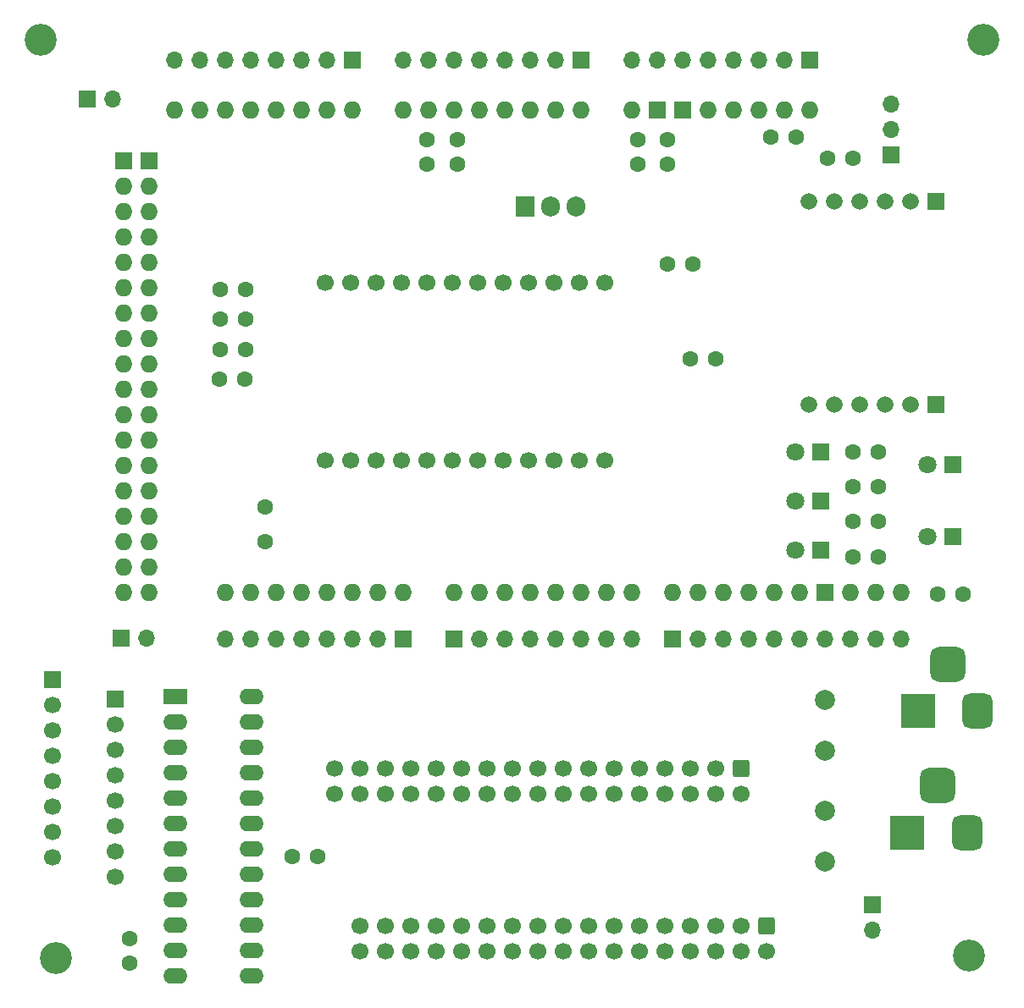
<source format=gbr>
G04 #@! TF.GenerationSoftware,KiCad,Pcbnew,9.0.4*
G04 #@! TF.CreationDate,2026-02-01T18:55:34+10:00*
G04 #@! TF.ProjectId,Jet Ranger Prod Radio Controller,4a657420-5261-46e6-9765-722050726f64,rev?*
G04 #@! TF.SameCoordinates,Original*
G04 #@! TF.FileFunction,Soldermask,Bot*
G04 #@! TF.FilePolarity,Negative*
%FSLAX46Y46*%
G04 Gerber Fmt 4.6, Leading zero omitted, Abs format (unit mm)*
G04 Created by KiCad (PCBNEW 9.0.4) date 2026-02-01 18:55:34*
%MOMM*%
%LPD*%
G01*
G04 APERTURE LIST*
G04 Aperture macros list*
%AMRoundRect*
0 Rectangle with rounded corners*
0 $1 Rounding radius*
0 $2 $3 $4 $5 $6 $7 $8 $9 X,Y pos of 4 corners*
0 Add a 4 corners polygon primitive as box body*
4,1,4,$2,$3,$4,$5,$6,$7,$8,$9,$2,$3,0*
0 Add four circle primitives for the rounded corners*
1,1,$1+$1,$2,$3*
1,1,$1+$1,$4,$5*
1,1,$1+$1,$6,$7*
1,1,$1+$1,$8,$9*
0 Add four rect primitives between the rounded corners*
20,1,$1+$1,$2,$3,$4,$5,0*
20,1,$1+$1,$4,$5,$6,$7,0*
20,1,$1+$1,$6,$7,$8,$9,0*
20,1,$1+$1,$8,$9,$2,$3,0*%
G04 Aperture macros list end*
%ADD10C,2.000000*%
%ADD11C,1.600000*%
%ADD12C,3.200000*%
%ADD13R,1.700000X1.700000*%
%ADD14O,1.700000X1.700000*%
%ADD15R,2.400000X1.600000*%
%ADD16O,2.400000X1.600000*%
%ADD17R,1.800000X1.800000*%
%ADD18C,1.800000*%
%ADD19R,3.500000X3.500000*%
%ADD20RoundRect,0.750000X0.750000X1.000000X-0.750000X1.000000X-0.750000X-1.000000X0.750000X-1.000000X0*%
%ADD21RoundRect,0.875000X0.875000X0.875000X-0.875000X0.875000X-0.875000X-0.875000X0.875000X-0.875000X0*%
%ADD22C,1.700000*%
%ADD23R,1.905000X2.000000*%
%ADD24O,1.905000X2.000000*%
%ADD25R,1.665000X1.665000*%
%ADD26C,1.665000*%
%ADD27RoundRect,0.250000X-0.600000X0.600000X-0.600000X-0.600000X0.600000X-0.600000X0.600000X0.600000X0*%
%ADD28O,1.727200X1.727200*%
%ADD29R,1.727200X1.727200*%
G04 APERTURE END LIST*
D10*
X110750000Y-105050000D03*
X110740000Y-110130000D03*
D11*
X70940000Y-51500000D03*
X70940000Y-49000000D03*
D12*
X126589800Y-39032100D03*
D13*
X63500000Y-41046400D03*
D14*
X60960000Y-41046400D03*
X58420000Y-41046400D03*
X55880000Y-41046400D03*
X53340000Y-41046400D03*
X50800000Y-41046400D03*
X48260000Y-41046400D03*
X45720000Y-41046400D03*
D15*
X45750000Y-104750000D03*
D16*
X45750000Y-107290000D03*
X45750000Y-109830000D03*
X45750000Y-112370000D03*
X45750000Y-114910000D03*
X45750000Y-117450000D03*
X45750000Y-119990000D03*
X45750000Y-122530000D03*
X45750000Y-125070000D03*
X45750000Y-127610000D03*
X45750000Y-130150000D03*
X45750000Y-132690000D03*
X53370000Y-132690000D03*
X53370000Y-130150000D03*
X53370000Y-127610000D03*
X53370000Y-125070000D03*
X53370000Y-122530000D03*
X53370000Y-119990000D03*
X53370000Y-117450000D03*
X53370000Y-114910000D03*
X53370000Y-112370000D03*
X53370000Y-109830000D03*
X53370000Y-107290000D03*
X53370000Y-104750000D03*
D13*
X117298000Y-50550000D03*
D14*
X117298000Y-48010000D03*
X117298000Y-45470000D03*
D13*
X86360000Y-41046400D03*
D14*
X83820000Y-41046400D03*
X81280000Y-41046400D03*
X78740000Y-41046400D03*
X76200000Y-41046400D03*
X73660000Y-41046400D03*
X71120000Y-41046400D03*
X68580000Y-41046400D03*
D11*
X52790000Y-70000000D03*
X50250000Y-70000000D03*
D17*
X123540000Y-88750000D03*
D18*
X121000000Y-88750000D03*
D11*
X57460000Y-120750000D03*
X60000000Y-120750000D03*
X113500000Y-87250000D03*
X116040000Y-87250000D03*
X52790000Y-64000000D03*
X50250000Y-64000000D03*
X113500000Y-90750000D03*
X116040000Y-90750000D03*
D12*
X32300000Y-39000000D03*
D13*
X37000000Y-45000000D03*
D14*
X39540000Y-45000000D03*
D19*
X118949000Y-118350000D03*
D20*
X124949000Y-118350000D03*
D21*
X121949000Y-113650000D03*
D12*
X125101000Y-130612200D03*
D11*
X73950000Y-51500000D03*
X73950000Y-49000000D03*
D17*
X110290000Y-80250000D03*
D18*
X107750000Y-80250000D03*
D11*
X54750000Y-85750000D03*
X54750000Y-89250000D03*
D17*
X123500000Y-81500000D03*
D18*
X120960000Y-81500000D03*
D11*
X52790000Y-67000000D03*
X50250000Y-67000000D03*
X52750000Y-73000000D03*
X50210000Y-73000000D03*
X113500000Y-80250000D03*
X116040000Y-80250000D03*
X113500000Y-83750000D03*
X116040000Y-83750000D03*
D13*
X68580000Y-98958400D03*
D14*
X66040000Y-98958400D03*
X63500000Y-98958400D03*
X60960000Y-98958400D03*
X58420000Y-98958400D03*
X55880000Y-98958400D03*
X53340000Y-98958400D03*
X50800000Y-98958400D03*
D13*
X33500000Y-103000000D03*
D22*
X33500000Y-105540000D03*
X33500000Y-108080000D03*
X33500000Y-110620000D03*
X33500000Y-113160000D03*
X33500000Y-115700000D03*
X33500000Y-118240000D03*
X33500000Y-120780000D03*
D10*
X110750000Y-121250000D03*
X110760000Y-116170000D03*
D11*
X94960000Y-61500000D03*
X97500000Y-61500000D03*
D23*
X80750000Y-55750000D03*
D24*
X83290000Y-55750000D03*
X85830000Y-55750000D03*
D12*
X33851800Y-130929500D03*
D25*
X121809000Y-55183300D03*
D26*
X119269000Y-55183300D03*
X116729000Y-55183300D03*
X114189000Y-55183300D03*
X111649000Y-55183300D03*
X109109000Y-55183300D03*
D25*
X121809000Y-75503300D03*
D26*
X119269000Y-75503300D03*
X116729000Y-75503300D03*
X114189000Y-75503300D03*
X111649000Y-75503300D03*
X109109000Y-75503300D03*
D17*
X110290000Y-90092000D03*
D18*
X107750000Y-90092000D03*
D11*
X121960000Y-94500000D03*
X124500000Y-94500000D03*
D13*
X109220000Y-41046400D03*
D14*
X106680000Y-41046400D03*
X104140000Y-41046400D03*
X101600000Y-41046400D03*
X99060000Y-41046400D03*
X96520000Y-41046400D03*
X93980000Y-41046400D03*
X91440000Y-41046400D03*
D11*
X95000000Y-51500000D03*
X95000000Y-49000000D03*
D13*
X115450000Y-125560000D03*
D14*
X115450000Y-128100000D03*
D11*
X41250000Y-131425400D03*
X41250000Y-128925400D03*
D22*
X60780000Y-81140000D03*
X63320000Y-81140000D03*
X65860000Y-81140000D03*
X68400000Y-81140000D03*
X70940000Y-81140000D03*
X73480000Y-81140000D03*
X76020000Y-81140000D03*
X78560000Y-81140000D03*
X81100000Y-81140000D03*
X83640000Y-81140000D03*
X86180000Y-81140000D03*
X88720000Y-81140000D03*
X88720000Y-63360000D03*
X86180000Y-63360000D03*
X83640000Y-63360000D03*
X81100000Y-63360000D03*
X78560000Y-63360000D03*
X76020000Y-63360000D03*
X73480000Y-63360000D03*
X70940000Y-63360000D03*
X68400000Y-63360000D03*
X65860000Y-63360000D03*
X63320000Y-63360000D03*
X60780000Y-63360000D03*
D11*
X110960000Y-50900000D03*
X113500000Y-50900000D03*
X97287500Y-70962500D03*
X99827500Y-70962500D03*
D27*
X104870000Y-127710000D03*
D22*
X104870000Y-130250000D03*
X102330000Y-127710000D03*
X102330000Y-130250000D03*
X99790000Y-127710000D03*
X99790000Y-130250000D03*
X97250000Y-127710000D03*
X97250000Y-130250000D03*
X94710000Y-127710000D03*
X94710000Y-130250000D03*
X92170000Y-127710000D03*
X92170000Y-130250000D03*
X89630000Y-127710000D03*
X89630000Y-130250000D03*
X87090000Y-127710000D03*
X87090000Y-130250000D03*
X84550000Y-127710000D03*
X84550000Y-130250000D03*
X82010000Y-127710000D03*
X82010000Y-130250000D03*
X79470000Y-127710000D03*
X79470000Y-130250000D03*
X76930000Y-127710000D03*
X76930000Y-130250000D03*
X74390000Y-127710000D03*
X74390000Y-130250000D03*
X71850000Y-127710000D03*
X71850000Y-130250000D03*
X69310000Y-127710000D03*
X69310000Y-130250000D03*
X66770000Y-127710000D03*
X66770000Y-130250000D03*
X64230000Y-127710000D03*
X64230000Y-130250000D03*
D11*
X105350000Y-48750000D03*
X107890000Y-48750000D03*
X91990000Y-51500000D03*
X91990000Y-49000000D03*
D13*
X39750000Y-105000000D03*
D22*
X39750000Y-107540000D03*
X39750000Y-110080000D03*
X39750000Y-112620000D03*
X39750000Y-115160000D03*
X39750000Y-117700000D03*
X39750000Y-120240000D03*
X39750000Y-122780000D03*
D17*
X110290000Y-85171000D03*
D18*
X107750000Y-85171000D03*
D27*
X102310000Y-111960000D03*
D22*
X102310000Y-114500000D03*
X99770000Y-111960000D03*
X99770000Y-114500000D03*
X97230000Y-111960000D03*
X97230000Y-114500000D03*
X94690000Y-111960000D03*
X94690000Y-114500000D03*
X92150000Y-111960000D03*
X92150000Y-114500000D03*
X89610000Y-111960000D03*
X89610000Y-114500000D03*
X87070000Y-111960000D03*
X87070000Y-114500000D03*
X84530000Y-111960000D03*
X84530000Y-114500000D03*
X81990000Y-111960000D03*
X81990000Y-114500000D03*
X79450000Y-111960000D03*
X79450000Y-114500000D03*
X76910000Y-111960000D03*
X76910000Y-114500000D03*
X74370000Y-111960000D03*
X74370000Y-114500000D03*
X71830000Y-111960000D03*
X71830000Y-114500000D03*
X69290000Y-111960000D03*
X69290000Y-114500000D03*
X66750000Y-111960000D03*
X66750000Y-114500000D03*
X64210000Y-111960000D03*
X64210000Y-114500000D03*
X61670000Y-111960000D03*
X61670000Y-114500000D03*
D19*
X120000000Y-106207500D03*
D20*
X126000000Y-106207500D03*
D21*
X123000000Y-101507500D03*
D13*
X95504000Y-98958400D03*
D14*
X98044000Y-98958400D03*
X100584000Y-98958400D03*
X103124000Y-98958400D03*
X105664000Y-98958400D03*
X108204000Y-98958400D03*
X110744000Y-98958400D03*
X113284000Y-98958400D03*
X115824000Y-98958400D03*
X118364000Y-98958400D03*
D13*
X40411400Y-98933000D03*
D14*
X42951400Y-98933000D03*
D13*
X73660000Y-98958400D03*
D14*
X76200000Y-98958400D03*
X78740000Y-98958400D03*
X81280000Y-98958400D03*
X83820000Y-98958400D03*
X86360000Y-98958400D03*
X88900000Y-98958400D03*
X91440000Y-98958400D03*
D28*
X109205000Y-46039300D03*
X101585000Y-46039300D03*
X99045000Y-46039300D03*
X43165000Y-94299300D03*
X40625000Y-94299300D03*
X86345000Y-46039300D03*
X83805000Y-46039300D03*
X81265000Y-46039300D03*
X78725000Y-46039300D03*
X76185000Y-46039300D03*
X73645000Y-46039300D03*
X71105000Y-46039300D03*
X68565000Y-46039300D03*
X63485000Y-46039300D03*
X60945000Y-46039300D03*
X58405000Y-46039300D03*
X55865000Y-46039300D03*
X53325000Y-46039300D03*
X50785000Y-46039300D03*
X48245000Y-46039300D03*
X45705000Y-46039300D03*
X113269000Y-94299300D03*
X73645000Y-94299300D03*
X76185000Y-94299300D03*
X78725000Y-94299300D03*
X81265000Y-94299300D03*
X83805000Y-94299300D03*
X86345000Y-94299300D03*
X88885000Y-94299300D03*
X91425000Y-94299300D03*
X95489000Y-94299300D03*
X98029000Y-94299300D03*
X100569000Y-94299300D03*
X103109000Y-94299300D03*
X105649000Y-94299300D03*
X108189000Y-94299300D03*
X68565000Y-94299300D03*
X66025000Y-94299300D03*
X63485000Y-94299300D03*
X60945000Y-94299300D03*
X58405000Y-94299300D03*
X55865000Y-94299300D03*
X53325000Y-94299300D03*
X50785000Y-94299300D03*
X43165000Y-91759300D03*
X40625000Y-91759300D03*
X43165000Y-89219300D03*
X40625000Y-89219300D03*
X43165000Y-86679300D03*
X40625000Y-86679300D03*
X43165000Y-84139300D03*
X40625000Y-84139300D03*
X43165000Y-81599300D03*
X40625000Y-81599300D03*
X43165000Y-79059300D03*
X40625000Y-79059300D03*
X43165000Y-76519300D03*
X40625000Y-76519300D03*
X43165000Y-73979300D03*
X40625000Y-73979300D03*
X43165000Y-71439300D03*
X40625000Y-71439300D03*
X43165000Y-68899300D03*
X40625000Y-68899300D03*
X43165000Y-66359300D03*
X40625000Y-66359300D03*
X43165000Y-63819300D03*
X40625000Y-63819300D03*
X43165000Y-61279300D03*
X40625000Y-61279300D03*
X43165000Y-58739300D03*
X40625000Y-58739300D03*
X43165000Y-56199300D03*
X40625000Y-56199300D03*
X43165000Y-53659300D03*
X40625000Y-53659300D03*
D29*
X110729000Y-94299300D03*
X96505000Y-46039300D03*
X93965000Y-46039300D03*
X43165000Y-51119300D03*
X40625000Y-51119300D03*
D28*
X106665000Y-46039300D03*
X104125000Y-46039300D03*
X118349000Y-94299300D03*
X115809000Y-94299300D03*
X91425000Y-46039300D03*
M02*

</source>
